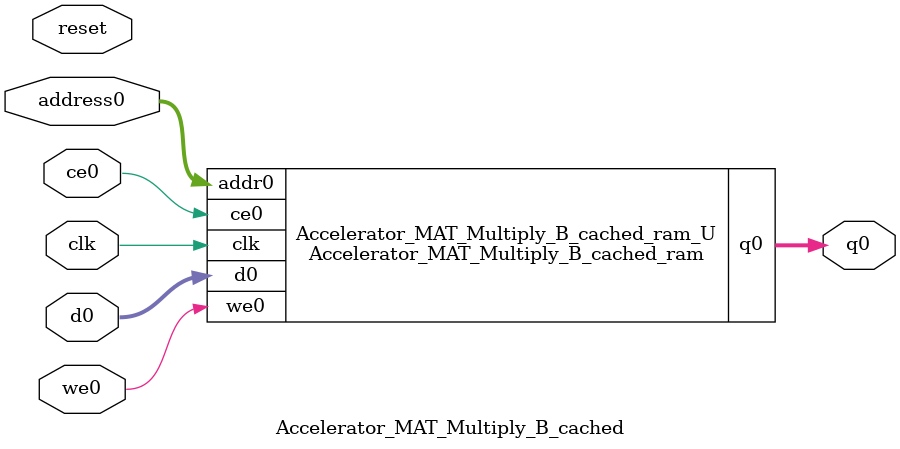
<source format=v>

`timescale 1 ns / 1 ps
module Accelerator_MAT_Multiply_B_cached_ram (addr0, ce0, d0, we0, q0,  clk);

parameter DWIDTH = 32;
parameter AWIDTH = 6;
parameter MEM_SIZE = 64;

input[AWIDTH-1:0] addr0;
input ce0;
input[DWIDTH-1:0] d0;
input we0;
output reg[DWIDTH-1:0] q0;
input clk;

(* ram_style = "block" *)reg [DWIDTH-1:0] ram[MEM_SIZE-1:0];




always @(posedge clk)  
begin 
    if (ce0) 
    begin
        if (we0) 
        begin 
            ram[addr0] <= d0; 
            q0 <= d0;
        end 
        else 
            q0 <= ram[addr0];
    end
end


endmodule


`timescale 1 ns / 1 ps
module Accelerator_MAT_Multiply_B_cached(
    reset,
    clk,
    address0,
    ce0,
    we0,
    d0,
    q0);

parameter DataWidth = 32'd32;
parameter AddressRange = 32'd64;
parameter AddressWidth = 32'd6;
input reset;
input clk;
input[AddressWidth - 1:0] address0;
input ce0;
input we0;
input[DataWidth - 1:0] d0;
output[DataWidth - 1:0] q0;



Accelerator_MAT_Multiply_B_cached_ram Accelerator_MAT_Multiply_B_cached_ram_U(
    .clk( clk ),
    .addr0( address0 ),
    .ce0( ce0 ),
    .d0( d0 ),
    .we0( we0 ),
    .q0( q0 ));

endmodule


</source>
